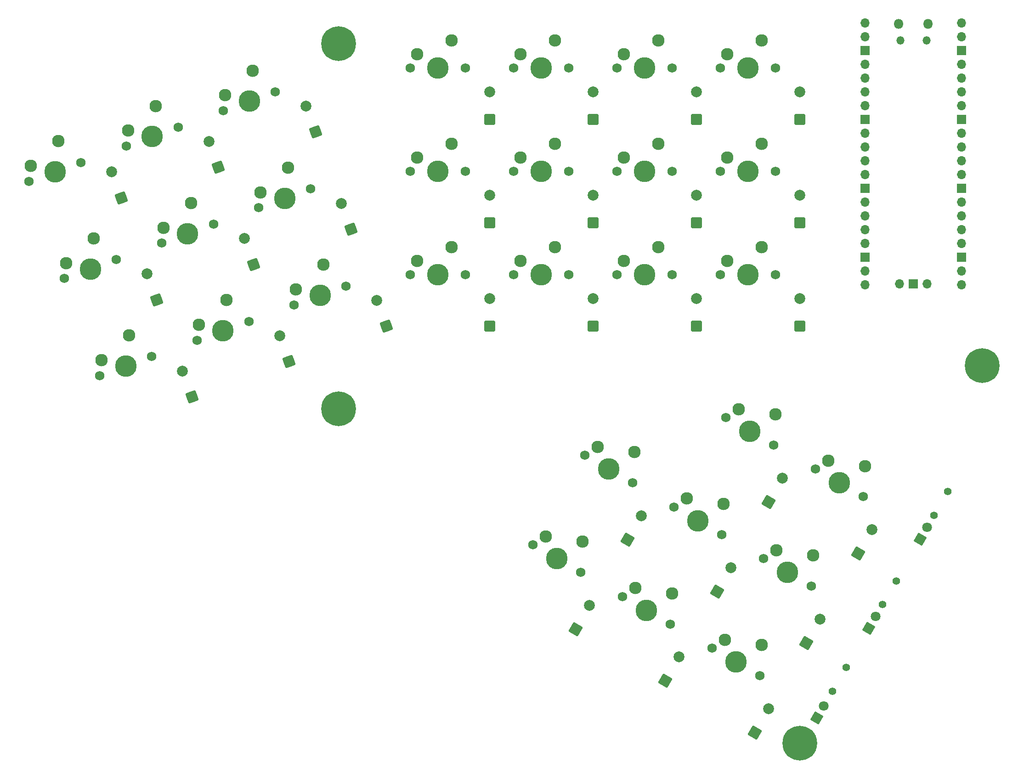
<source format=gbr>
%TF.GenerationSoftware,KiCad,Pcbnew,9.0.2*%
%TF.CreationDate,2025-06-09T23:02:59-05:00*%
%TF.ProjectId,keyboard,6b657962-6f61-4726-942e-6b696361645f,rev?*%
%TF.SameCoordinates,Original*%
%TF.FileFunction,Soldermask,Bot*%
%TF.FilePolarity,Negative*%
%FSLAX46Y46*%
G04 Gerber Fmt 4.6, Leading zero omitted, Abs format (unit mm)*
G04 Created by KiCad (PCBNEW 9.0.2) date 2025-06-09 23:03:00*
%MOMM*%
%LPD*%
G01*
G04 APERTURE LIST*
G04 Aperture macros list*
%AMRoundRect*
0 Rectangle with rounded corners*
0 $1 Rounding radius*
0 $2 $3 $4 $5 $6 $7 $8 $9 X,Y pos of 4 corners*
0 Add a 4 corners polygon primitive as box body*
4,1,4,$2,$3,$4,$5,$6,$7,$8,$9,$2,$3,0*
0 Add four circle primitives for the rounded corners*
1,1,$1+$1,$2,$3*
1,1,$1+$1,$4,$5*
1,1,$1+$1,$6,$7*
1,1,$1+$1,$8,$9*
0 Add four rect primitives between the rounded corners*
20,1,$1+$1,$2,$3,$4,$5,0*
20,1,$1+$1,$4,$5,$6,$7,0*
20,1,$1+$1,$6,$7,$8,$9,0*
20,1,$1+$1,$8,$9,$2,$3,0*%
%AMRotRect*
0 Rectangle, with rotation*
0 The origin of the aperture is its center*
0 $1 length*
0 $2 width*
0 $3 Rotation angle, in degrees counterclockwise*
0 Add horizontal line*
21,1,$1,$2,0,0,$3*%
G04 Aperture macros list end*
%ADD10O,1.800000X1.800000*%
%ADD11O,1.500000X1.500000*%
%ADD12O,1.700000X1.700000*%
%ADD13R,1.700000X1.700000*%
%ADD14C,0.800000*%
%ADD15C,6.400000*%
%ADD16C,1.750000*%
%ADD17C,3.987800*%
%ADD18C,2.300000*%
%ADD19RotRect,1.800000X1.800000X60.000000*%
%ADD20C,1.800000*%
%ADD21C,1.400000*%
%ADD22RoundRect,0.250000X0.750000X-0.750000X0.750000X0.750000X-0.750000X0.750000X-0.750000X-0.750000X0*%
%ADD23C,2.000000*%
%ADD24RoundRect,0.250000X0.274519X-1.024519X1.024519X0.274519X-0.274519X1.024519X-1.024519X-0.274519X0*%
%ADD25RoundRect,0.250000X0.961285X-0.448254X0.448254X0.961285X-0.961285X0.448254X-0.448254X-0.961285X0*%
G04 APERTURE END LIST*
D10*
%TO.C,U1*%
X198570000Y-21720000D03*
D11*
X198870000Y-24750000D03*
X203720000Y-24750000D03*
D10*
X204020000Y-21720000D03*
D12*
X192405000Y-21590000D03*
X192405000Y-24130000D03*
D13*
X192405000Y-26670000D03*
D12*
X192405000Y-29210000D03*
X192405000Y-31750000D03*
X192405000Y-34290000D03*
X192405000Y-36830000D03*
D13*
X192405000Y-39370000D03*
D12*
X192405000Y-41910000D03*
X192405000Y-44450000D03*
X192405000Y-46990000D03*
X192405000Y-49530000D03*
D13*
X192405000Y-52070000D03*
D12*
X192405000Y-54610000D03*
X192405000Y-57150000D03*
X192405000Y-59690000D03*
X192405000Y-62230000D03*
D13*
X192405000Y-64770000D03*
D12*
X192405000Y-67310000D03*
X192405000Y-69850000D03*
X210185000Y-69850000D03*
X210185000Y-67310000D03*
D13*
X210185000Y-64770000D03*
D12*
X210185000Y-62230000D03*
X210185000Y-59690000D03*
X210185000Y-57150000D03*
X210185000Y-54610000D03*
D13*
X210185000Y-52070000D03*
D12*
X210185000Y-49530000D03*
X210185000Y-46990000D03*
X210185000Y-44450000D03*
X210185000Y-41910000D03*
D13*
X210185000Y-39370000D03*
D12*
X210185000Y-36830000D03*
X210185000Y-34290000D03*
X210185000Y-31750000D03*
X210185000Y-29210000D03*
D13*
X210185000Y-26670000D03*
D12*
X210185000Y-24130000D03*
X210185000Y-21590000D03*
X198755000Y-69620000D03*
D13*
X201295000Y-69620000D03*
D12*
X203835000Y-69620000D03*
%TD*%
D14*
%TO.C,H4*%
X177940000Y-154305000D03*
X178642944Y-152607944D03*
X178642944Y-156002056D03*
X180340000Y-151905000D03*
D15*
X180340000Y-154305000D03*
D14*
X180340000Y-156705000D03*
X182037056Y-152607944D03*
X182037056Y-156002056D03*
X182740000Y-154305000D03*
%TD*%
%TO.C,H3*%
X211595000Y-84760000D03*
X212297944Y-83062944D03*
X212297944Y-86457056D03*
X213995000Y-82360000D03*
D15*
X213995000Y-84760000D03*
D14*
X213995000Y-87160000D03*
X215692056Y-83062944D03*
X215692056Y-86457056D03*
X216395000Y-84760000D03*
%TD*%
%TO.C,H2*%
X92990000Y-92710000D03*
X93692944Y-91012944D03*
X93692944Y-94407056D03*
X95390000Y-90310000D03*
D15*
X95390000Y-92710000D03*
D14*
X95390000Y-95110000D03*
X97087056Y-91012944D03*
X97087056Y-94407056D03*
X97790000Y-92710000D03*
%TD*%
%TO.C,H1*%
X92990000Y-25400000D03*
X93692944Y-23702944D03*
X93692944Y-27097056D03*
X95390000Y-23000000D03*
D15*
X95390000Y-25400000D03*
D14*
X95390000Y-27800000D03*
X97087056Y-23702944D03*
X97087056Y-27097056D03*
X97790000Y-25400000D03*
%TD*%
D16*
%TO.C,MX3*%
X74127091Y-37712341D03*
D17*
X78900730Y-35974879D03*
D16*
X83674369Y-34237417D03*
D18*
X74451770Y-34891156D03*
X79550087Y-30332509D03*
%TD*%
D16*
%TO.C,MX10*%
X108585000Y-29845000D03*
D17*
X113665000Y-29845000D03*
D16*
X118745000Y-29845000D03*
D18*
X109855000Y-27305000D03*
X116205000Y-24765000D03*
%TD*%
D16*
%TO.C,MX25*%
X166726995Y-94291404D03*
D17*
X171126404Y-96831404D03*
D16*
X175525813Y-99371404D03*
D18*
X169096847Y-92726699D03*
X175866109Y-93701995D03*
%TD*%
D19*
%TO.C,D22*%
X202565000Y-116694285D03*
D20*
X203835000Y-114494580D03*
%TD*%
D19*
%TO.C,D32*%
X183515000Y-149689853D03*
D20*
X184785000Y-147490148D03*
%TD*%
D16*
%TO.C,MX29*%
X173699779Y-120314188D03*
D17*
X178099188Y-122854188D03*
D16*
X182498597Y-125394188D03*
D18*
X176069631Y-118749483D03*
X182838893Y-119724779D03*
%TD*%
D16*
%TO.C,MX15*%
X127635000Y-67945000D03*
D17*
X132715000Y-67945000D03*
D16*
X137795000Y-67945000D03*
D18*
X128905000Y-65405000D03*
X135255000Y-62865000D03*
%TD*%
D21*
%TO.C,R2*%
X198120000Y-124393251D03*
X195580000Y-128792660D03*
%TD*%
D16*
%TO.C,MX19*%
X165735000Y-29845000D03*
D17*
X170815000Y-29845000D03*
D16*
X175895000Y-29845000D03*
D18*
X167005000Y-27305000D03*
X173355000Y-24765000D03*
%TD*%
D16*
%TO.C,MX16*%
X146685000Y-29845000D03*
D17*
X151765000Y-29845000D03*
D16*
X156845000Y-29845000D03*
D18*
X147955000Y-27305000D03*
X154305000Y-24765000D03*
%TD*%
D16*
%TO.C,MX4*%
X44840286Y-68644453D03*
D17*
X49613925Y-66906991D03*
D16*
X54387564Y-65169529D03*
D18*
X45164965Y-65823268D03*
X50263282Y-61264621D03*
%TD*%
D16*
%TO.C,MX17*%
X146685000Y-48895000D03*
D17*
X151765000Y-48895000D03*
D16*
X156845000Y-48895000D03*
D18*
X147955000Y-46355000D03*
X154305000Y-43815000D03*
%TD*%
D16*
%TO.C,MX8*%
X69256914Y-80030113D03*
D17*
X74030553Y-78292651D03*
D16*
X78804192Y-76555189D03*
D18*
X69581593Y-77208928D03*
X74679910Y-72650281D03*
%TD*%
D16*
%TO.C,MX23*%
X140704211Y-101264188D03*
D17*
X145103620Y-103804188D03*
D16*
X149503029Y-106344188D03*
D18*
X143074063Y-99699483D03*
X149843325Y-100674779D03*
%TD*%
D16*
%TO.C,MX18*%
X146685000Y-67945000D03*
D17*
X151765000Y-67945000D03*
D16*
X156845000Y-67945000D03*
D18*
X147955000Y-65405000D03*
X154305000Y-62865000D03*
%TD*%
D16*
%TO.C,MX24*%
X131179211Y-117761972D03*
D17*
X135578620Y-120301972D03*
D16*
X139978029Y-122841972D03*
D18*
X133549063Y-116197267D03*
X140318325Y-117172563D03*
%TD*%
D16*
%TO.C,MX9*%
X87158058Y-73514629D03*
D17*
X91931697Y-71777167D03*
D16*
X96705336Y-70039705D03*
D18*
X87482737Y-70693444D03*
X92581054Y-66134797D03*
%TD*%
D16*
%TO.C,MX20*%
X165735000Y-48895000D03*
D17*
X170815000Y-48895000D03*
D16*
X175895000Y-48895000D03*
D18*
X167005000Y-46355000D03*
X173355000Y-43815000D03*
%TD*%
D21*
%TO.C,R1*%
X207645000Y-107895467D03*
X205105000Y-112294876D03*
%TD*%
D16*
%TO.C,MX11*%
X108585000Y-48895000D03*
D17*
X113665000Y-48895000D03*
D16*
X118745000Y-48895000D03*
D18*
X109855000Y-46355000D03*
X116205000Y-43815000D03*
%TD*%
D19*
%TO.C,D31*%
X193040000Y-133192069D03*
D20*
X194310000Y-130992364D03*
%TD*%
D21*
%TO.C,R3*%
X188912500Y-140341109D03*
X186372500Y-144740518D03*
%TD*%
D16*
%TO.C,MX6*%
X80642575Y-55613485D03*
D17*
X85416214Y-53876023D03*
D16*
X90189853Y-52138561D03*
D18*
X80967254Y-52792300D03*
X86065571Y-48233653D03*
%TD*%
D16*
%TO.C,MX12*%
X108585000Y-67945000D03*
D17*
X113665000Y-67945000D03*
D16*
X118745000Y-67945000D03*
D18*
X109855000Y-65405000D03*
X116205000Y-62865000D03*
%TD*%
D16*
%TO.C,MX7*%
X51355770Y-86545597D03*
D17*
X56129409Y-84808135D03*
D16*
X60903048Y-83070673D03*
D18*
X51680449Y-83724412D03*
X56778766Y-79165765D03*
%TD*%
D16*
%TO.C,MX30*%
X164174779Y-136811972D03*
D17*
X168574188Y-139351972D03*
D16*
X172973597Y-141891972D03*
D18*
X166544631Y-135247267D03*
X173313893Y-136222563D03*
%TD*%
D16*
%TO.C,MX27*%
X147676995Y-127286972D03*
D17*
X152076404Y-129826972D03*
D16*
X156475813Y-132366972D03*
D18*
X150046847Y-125722267D03*
X156816109Y-126697563D03*
%TD*%
D16*
%TO.C,MX2*%
X56225947Y-44227824D03*
D17*
X60999586Y-42490362D03*
D16*
X65773225Y-40752900D03*
D18*
X56550626Y-41406639D03*
X61648943Y-36847992D03*
%TD*%
D16*
%TO.C,MX26*%
X157201995Y-110789188D03*
D17*
X161601404Y-113329188D03*
D16*
X166000813Y-115869188D03*
D18*
X159571847Y-109224483D03*
X166341109Y-110199779D03*
%TD*%
D16*
%TO.C,MX21*%
X165735000Y-67945000D03*
D17*
X170815000Y-67945000D03*
D16*
X175895000Y-67945000D03*
D18*
X167005000Y-65405000D03*
X173355000Y-62865000D03*
%TD*%
D16*
%TO.C,MX1*%
X38324802Y-50743308D03*
D17*
X43098441Y-49005846D03*
D16*
X47872080Y-47268384D03*
D18*
X38649481Y-47922123D03*
X43747798Y-43363476D03*
%TD*%
D16*
%TO.C,MX5*%
X62741430Y-62128969D03*
D17*
X67515069Y-60391507D03*
D16*
X72288708Y-58654045D03*
D18*
X63066109Y-59307784D03*
X68164426Y-54749137D03*
%TD*%
D16*
%TO.C,MX28*%
X183224779Y-103816404D03*
D17*
X187624188Y-106356404D03*
D16*
X192023597Y-108896404D03*
D18*
X185594631Y-102251699D03*
X192363893Y-103226995D03*
%TD*%
D16*
%TO.C,MX14*%
X127635000Y-48895000D03*
D17*
X132715000Y-48895000D03*
D16*
X137795000Y-48895000D03*
D18*
X128905000Y-46355000D03*
X135255000Y-43815000D03*
%TD*%
D16*
%TO.C,MX13*%
X127635000Y-29845000D03*
D17*
X132715000Y-29845000D03*
D16*
X137795000Y-29845000D03*
D18*
X128905000Y-27305000D03*
X135255000Y-24765000D03*
%TD*%
D22*
%TO.C,D13*%
X142240000Y-39370000D03*
D23*
X142240000Y-34290000D03*
%TD*%
D22*
%TO.C,D19*%
X180340000Y-39370000D03*
D23*
X180340000Y-34290000D03*
%TD*%
D24*
%TO.C,D23*%
X148590012Y-116815580D03*
D23*
X151130012Y-112416171D03*
%TD*%
D25*
%TO.C,D9*%
X104140012Y-77469998D03*
D23*
X102402550Y-72696359D03*
%TD*%
D25*
%TO.C,D6*%
X97624528Y-59568853D03*
D23*
X95887066Y-54795214D03*
%TD*%
D24*
%TO.C,D24*%
X139065012Y-133313364D03*
D23*
X141605012Y-128913955D03*
%TD*%
D22*
%TO.C,D14*%
X142240000Y-58420000D03*
D23*
X142240000Y-53340000D03*
%TD*%
D25*
%TO.C,D8*%
X86238867Y-83985482D03*
D23*
X84501405Y-79211843D03*
%TD*%
D24*
%TO.C,D25*%
X174612796Y-109842796D03*
D23*
X177152796Y-105443387D03*
%TD*%
D24*
%TO.C,D28*%
X191110580Y-119367796D03*
D23*
X193650580Y-114968387D03*
%TD*%
D22*
%TO.C,D17*%
X161290000Y-58420000D03*
D23*
X161290000Y-53340000D03*
%TD*%
D25*
%TO.C,D3*%
X91109044Y-41667709D03*
D23*
X89371582Y-36894070D03*
%TD*%
D22*
%TO.C,D21*%
X180340000Y-77470000D03*
D23*
X180340000Y-72390000D03*
%TD*%
D24*
%TO.C,D30*%
X172060580Y-152363364D03*
D23*
X174600580Y-147963955D03*
%TD*%
D24*
%TO.C,D26*%
X165087796Y-126340580D03*
D23*
X167627796Y-121941171D03*
%TD*%
D25*
%TO.C,D2*%
X73207900Y-48183193D03*
D23*
X71470438Y-43409554D03*
%TD*%
D22*
%TO.C,D12*%
X123190000Y-77470000D03*
D23*
X123190000Y-72390000D03*
%TD*%
D25*
%TO.C,D4*%
X61822239Y-72599821D03*
D23*
X60084777Y-67826182D03*
%TD*%
D22*
%TO.C,D18*%
X161290000Y-77470000D03*
D23*
X161290000Y-72390000D03*
%TD*%
D22*
%TO.C,D20*%
X180340000Y-58420000D03*
D23*
X180340000Y-53340000D03*
%TD*%
D24*
%TO.C,D27*%
X155562796Y-142838364D03*
D23*
X158102796Y-138438955D03*
%TD*%
D24*
%TO.C,D29*%
X181585580Y-135865580D03*
D23*
X184125580Y-131466171D03*
%TD*%
D22*
%TO.C,D10*%
X123190000Y-39370000D03*
D23*
X123190000Y-34290000D03*
%TD*%
D25*
%TO.C,D5*%
X79723383Y-66084337D03*
D23*
X77985921Y-61310698D03*
%TD*%
D25*
%TO.C,D7*%
X68337723Y-90500965D03*
D23*
X66600261Y-85727326D03*
%TD*%
D22*
%TO.C,D11*%
X123190000Y-58420000D03*
D23*
X123190000Y-53340000D03*
%TD*%
D25*
%TO.C,D1*%
X55306755Y-53779485D03*
D23*
X53569293Y-49005846D03*
%TD*%
D22*
%TO.C,D15*%
X142240000Y-77470000D03*
D23*
X142240000Y-72390000D03*
%TD*%
D22*
%TO.C,D16*%
X161290000Y-39370000D03*
D23*
X161290000Y-34290000D03*
%TD*%
M02*

</source>
